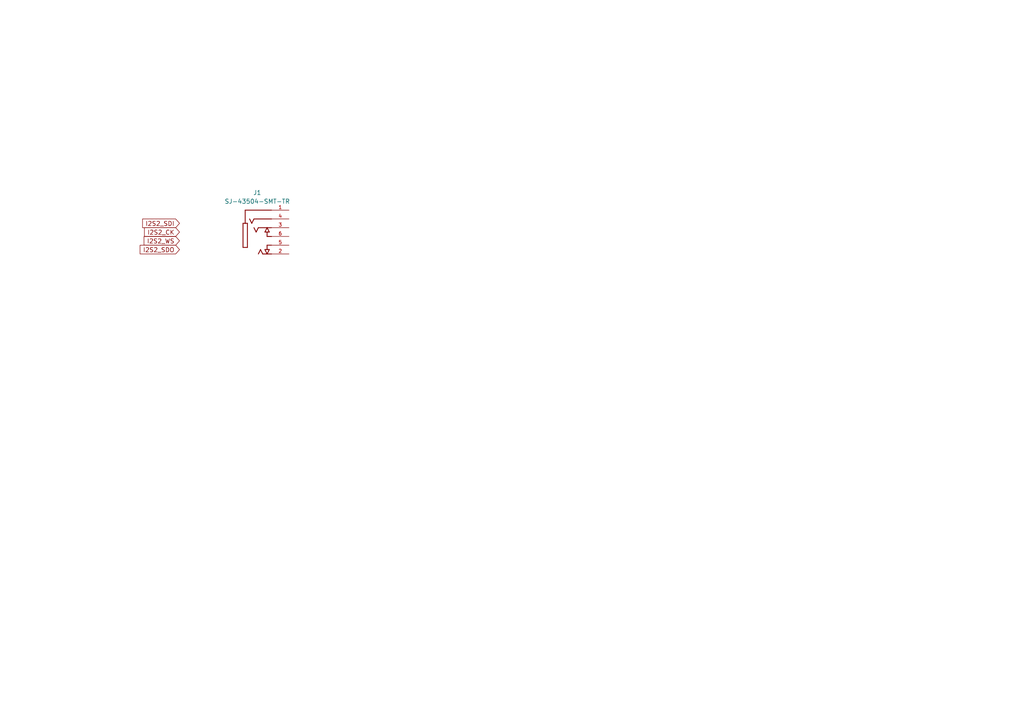
<source format=kicad_sch>
(kicad_sch (version 20250114) (generator "eeschema") (generator_version "9.0")
  (paper "A4")
  (title_block (comment 1 "Author: Mykola Grodskyi"))
  (lib_symbols
    (symbol "SJ-43504-SMT-TR:SJ-43504-SMT-TR" (pin_names (offset 1.016))
      (property "Reference" "J" (at -8.9086 6.3633 0))
      (property "Value" "SJ-43504-SMT-TR" (at -8.8984 -11.4407 0))
      (symbol "SJ-43504-SMT-TR_0_0"
        (polyline (pts (xy -8.255 1.27) (xy -7.62 1.27)) (stroke (width 0.254)))
        (polyline (pts (xy -8.255 -5.715) (xy -8.255 1.27)) (stroke (width 0.254)))
        (polyline (pts (xy -7.62 5.08) (xy -7.62 1.27)) (stroke (width 0.254)))
        (polyline (pts (xy -7.62 1.27) (xy -6.985 1.27)) (stroke (width 0.254)))
        (polyline (pts (xy -6.985 1.27) (xy -6.985 -5.715)) (stroke (width 0.254)))
        (polyline (pts (xy -6.985 -5.715) (xy -8.255 -5.715)) (stroke (width 0.254)))
        (polyline (pts (xy -5.715 1.27) (xy -6.35 2.54)) (stroke (width 0.254)))
        (polyline (pts (xy -5.08 2.54) (xy -5.715 1.27)) (stroke (width 0.254)))
        (polyline (pts (xy -4.445 -1.27) (xy -5.08 0)) (stroke (width 0.254)))
        (polyline (pts (xy -3.81 0) (xy -4.445 -1.27)) (stroke (width 0.254)))
        (polyline (pts (xy -3.175 -6.35) (xy -3.81 -7.62)) (stroke (width 0.254)))
        (polyline (pts (xy -2.54 -7.62) (xy -3.175 -6.35)) (stroke (width 0.254)))
        (polyline (pts (xy -1.905 -1.27) (xy -1.27 -1.27)) (stroke (width 0.254)))
        (polyline (pts (xy -1.905 -6.35) (xy -1.27 -6.35)) (stroke (width 0.254)))
        (polyline (pts (xy -1.27 0) (xy -3.81 0)) (stroke (width 0.254)))
        (polyline (pts (xy -1.27 0) (xy -1.905 -1.27)) (stroke (width 0.254)))
        (polyline (pts (xy -1.27 -1.27) (xy -0.635 -1.27)) (stroke (width 0.254)))
        (polyline (pts (xy -1.27 -2.54) (xy -1.27 -1.27)) (stroke (width 0.254)))
        (polyline (pts (xy -1.27 -5.08) (xy -1.27 -6.35)) (stroke (width 0.254)))
        (polyline (pts (xy -1.27 -6.35) (xy -0.635 -6.35)) (stroke (width 0.254)))
        (polyline (pts (xy -1.27 -7.62) (xy -2.54 -7.62)) (stroke (width 0.254)))
        (polyline (pts (xy -1.27 -7.62) (xy -1.905 -6.35)) (stroke (width 0.254)))
        (polyline (pts (xy -0.635 -1.27) (xy -1.27 0)) (stroke (width 0.254)))
        (polyline (pts (xy -0.635 -6.35) (xy -1.27 -7.62)) (stroke (width 0.254)))
        (polyline (pts (xy 0 5.08) (xy -7.62 5.08)) (stroke (width 0.254)))
        (polyline (pts (xy 0 2.54) (xy -5.08 2.54)) (stroke (width 0.254)))
        (polyline (pts (xy 0 0) (xy -1.27 0)) (stroke (width 0.254)))
        (polyline (pts (xy 0 -2.54) (xy -1.27 -2.54)) (stroke (width 0.254)))
        (polyline (pts (xy 0 -5.08) (xy -1.27 -5.08)) (stroke (width 0.254)))
        (polyline (pts (xy 0 -7.62) (xy -1.27 -7.62)) (stroke (width 0.254)))
        (pin passive line (at 5.08 5.08 180) (length 5.08) (name "~") (number "1"))
        (pin passive line (at 5.08 2.54 180) (length 5.08) (name "~") (number "4"))
        (pin passive line (at 5.08 0 180) (length 5.08) (name "~") (number "3"))
        (pin passive line (at 5.08 -2.54 180) (length 5.08) (name "~") (number "6"))
        (pin passive line (at 5.08 -5.08 180) (length 5.08) (name "~") (number "5"))
        (pin passive line (at 5.08 -7.62 180) (length 5.08) (name "~") (number "2"))
      )
    )
  )
  (global_label "I2S2_CK" (shape input) (at 52.07 67.31 180) (property "Intersheetrefs" "${INTERSHEET_REFS}" (effects (hide yes))))
  (global_label "I2S2_SDI" (shape input) (at 52.07 64.77 180) (property "Intersheetrefs" "${INTERSHEET_REFS}" (effects (hide yes))))
  (global_label "I2S2_WS" (shape input) (at 52.07 69.85 180) (property "Intersheetrefs" "${INTERSHEET_REFS}" (effects (hide yes))))
  (global_label "I2S2_SDO" (shape input) (at 52.07 72.39 180) (property "Intersheetrefs" "${INTERSHEET_REFS}" (effects (hide yes))))
  (symbol (lib_id "SJ-43504-SMT-TR:SJ-43504-SMT-TR") (at 78.74 66.04 0) (unit 1)
    (property "Reference" "J1" (at 74.6125 55.88 0))
    (property "Value" "SJ-43504-SMT-TR" (at 74.6125 58.42 0))
    (property "Footprint" "lib:CUI_SJ-43504-SMT-TR" (effects (hide yes)))
    (property "MF" "Same Sky" (effects (hide yes)))
    (property "MAXIMUM_PACKAGE_HEIGHT" "3.3 mm" (effects (hide yes)))
    (property "Package" "None" (effects (hide yes)))
    (property "Price" "None" (effects (hide yes)))
    (property "Check_prices" "https://www.snapeda.com/parts/SJ-43504-SMT-TR/Same+Sky/view-part/?ref=eda" (effects (hide yes)))
    (property "STANDARD" "Manufacturer Recommendations" (effects (hide yes)))
    (property "PARTREV" "10/08/2019" (effects (hide yes)))
    (property "SnapEDA_Link" "https://www.snapeda.com/parts/SJ-43504-SMT-TR/Same+Sky/view-part/?ref=snap" (effects (hide yes)))
    (property "MP" "SJ-43504-SMT-TR" (effects (hide yes)))
    (property "Description_1" "3.5 mm, Stereo, Right Angle, Mid Mount (SMT), Shielded, 4 Conductors, 2 Internal Switches, Audio Jack Connector" (effects (hide yes)))
    (property "MANUFACTURER" "CUI Devices" (effects (hide yes)))
    (property "Availability" "In Stock" (effects (hide yes)))
    (property "SNAPEDA_PN" "SJ-43504-SMT-TR" (effects (hide yes)))
  )
)
</source>
